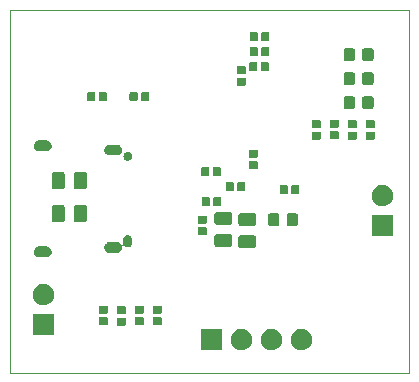
<source format=gbr>
G04 #@! TF.GenerationSoftware,KiCad,Pcbnew,5.1.5-52549c5~84~ubuntu18.04.1*
G04 #@! TF.CreationDate,2020-01-11T02:19:33-08:00*
G04 #@! TF.ProjectId,Programmer,50726f67-7261-46d6-9d65-722e6b696361,rev?*
G04 #@! TF.SameCoordinates,Original*
G04 #@! TF.FileFunction,Soldermask,Bot*
G04 #@! TF.FilePolarity,Negative*
%FSLAX46Y46*%
G04 Gerber Fmt 4.6, Leading zero omitted, Abs format (unit mm)*
G04 Created by KiCad (PCBNEW 5.1.5-52549c5~84~ubuntu18.04.1) date 2020-01-11 02:19:33*
%MOMM*%
%LPD*%
G04 APERTURE LIST*
%ADD10C,0.050000*%
%ADD11C,0.100000*%
G04 APERTURE END LIST*
D10*
X115062000Y-75692000D02*
X81280000Y-75692000D01*
X115062000Y-44958000D02*
X115062000Y-75692000D01*
X81280000Y-44958000D02*
X115062000Y-44958000D01*
X81280000Y-75692000D02*
X81280000Y-44958000D01*
D11*
G36*
X106031512Y-72001927D02*
G01*
X106180812Y-72031624D01*
X106344784Y-72099544D01*
X106492354Y-72198147D01*
X106617853Y-72323646D01*
X106716456Y-72471216D01*
X106784376Y-72635188D01*
X106819000Y-72809259D01*
X106819000Y-72986741D01*
X106784376Y-73160812D01*
X106716456Y-73324784D01*
X106617853Y-73472354D01*
X106492354Y-73597853D01*
X106344784Y-73696456D01*
X106180812Y-73764376D01*
X106031512Y-73794073D01*
X106006742Y-73799000D01*
X105829258Y-73799000D01*
X105804488Y-73794073D01*
X105655188Y-73764376D01*
X105491216Y-73696456D01*
X105343646Y-73597853D01*
X105218147Y-73472354D01*
X105119544Y-73324784D01*
X105051624Y-73160812D01*
X105017000Y-72986741D01*
X105017000Y-72809259D01*
X105051624Y-72635188D01*
X105119544Y-72471216D01*
X105218147Y-72323646D01*
X105343646Y-72198147D01*
X105491216Y-72099544D01*
X105655188Y-72031624D01*
X105804488Y-72001927D01*
X105829258Y-71997000D01*
X106006742Y-71997000D01*
X106031512Y-72001927D01*
G37*
G36*
X103491512Y-72001927D02*
G01*
X103640812Y-72031624D01*
X103804784Y-72099544D01*
X103952354Y-72198147D01*
X104077853Y-72323646D01*
X104176456Y-72471216D01*
X104244376Y-72635188D01*
X104279000Y-72809259D01*
X104279000Y-72986741D01*
X104244376Y-73160812D01*
X104176456Y-73324784D01*
X104077853Y-73472354D01*
X103952354Y-73597853D01*
X103804784Y-73696456D01*
X103640812Y-73764376D01*
X103491512Y-73794073D01*
X103466742Y-73799000D01*
X103289258Y-73799000D01*
X103264488Y-73794073D01*
X103115188Y-73764376D01*
X102951216Y-73696456D01*
X102803646Y-73597853D01*
X102678147Y-73472354D01*
X102579544Y-73324784D01*
X102511624Y-73160812D01*
X102477000Y-72986741D01*
X102477000Y-72809259D01*
X102511624Y-72635188D01*
X102579544Y-72471216D01*
X102678147Y-72323646D01*
X102803646Y-72198147D01*
X102951216Y-72099544D01*
X103115188Y-72031624D01*
X103264488Y-72001927D01*
X103289258Y-71997000D01*
X103466742Y-71997000D01*
X103491512Y-72001927D01*
G37*
G36*
X99199000Y-73799000D02*
G01*
X97397000Y-73799000D01*
X97397000Y-71997000D01*
X99199000Y-71997000D01*
X99199000Y-73799000D01*
G37*
G36*
X100951512Y-72001927D02*
G01*
X101100812Y-72031624D01*
X101264784Y-72099544D01*
X101412354Y-72198147D01*
X101537853Y-72323646D01*
X101636456Y-72471216D01*
X101704376Y-72635188D01*
X101739000Y-72809259D01*
X101739000Y-72986741D01*
X101704376Y-73160812D01*
X101636456Y-73324784D01*
X101537853Y-73472354D01*
X101412354Y-73597853D01*
X101264784Y-73696456D01*
X101100812Y-73764376D01*
X100951512Y-73794073D01*
X100926742Y-73799000D01*
X100749258Y-73799000D01*
X100724488Y-73794073D01*
X100575188Y-73764376D01*
X100411216Y-73696456D01*
X100263646Y-73597853D01*
X100138147Y-73472354D01*
X100039544Y-73324784D01*
X99971624Y-73160812D01*
X99937000Y-72986741D01*
X99937000Y-72809259D01*
X99971624Y-72635188D01*
X100039544Y-72471216D01*
X100138147Y-72323646D01*
X100263646Y-72198147D01*
X100411216Y-72099544D01*
X100575188Y-72031624D01*
X100724488Y-72001927D01*
X100749258Y-71997000D01*
X100926742Y-71997000D01*
X100951512Y-72001927D01*
G37*
G36*
X84975000Y-72529000D02*
G01*
X83173000Y-72529000D01*
X83173000Y-70727000D01*
X84975000Y-70727000D01*
X84975000Y-72529000D01*
G37*
G36*
X90959938Y-71030716D02*
G01*
X90980557Y-71036971D01*
X90999553Y-71047124D01*
X91016208Y-71060792D01*
X91029876Y-71077447D01*
X91040029Y-71096443D01*
X91046284Y-71117062D01*
X91049000Y-71144640D01*
X91049000Y-71603360D01*
X91046284Y-71630938D01*
X91040029Y-71651557D01*
X91029876Y-71670553D01*
X91016208Y-71687208D01*
X90999553Y-71700876D01*
X90980557Y-71711029D01*
X90959938Y-71717284D01*
X90932360Y-71720000D01*
X90423640Y-71720000D01*
X90396062Y-71717284D01*
X90375443Y-71711029D01*
X90356447Y-71700876D01*
X90339792Y-71687208D01*
X90326124Y-71670553D01*
X90315971Y-71651557D01*
X90309716Y-71630938D01*
X90307000Y-71603360D01*
X90307000Y-71144640D01*
X90309716Y-71117062D01*
X90315971Y-71096443D01*
X90326124Y-71077447D01*
X90339792Y-71060792D01*
X90356447Y-71047124D01*
X90375443Y-71036971D01*
X90396062Y-71030716D01*
X90423640Y-71028000D01*
X90932360Y-71028000D01*
X90959938Y-71030716D01*
G37*
G36*
X92483938Y-70984716D02*
G01*
X92504557Y-70990971D01*
X92523553Y-71001124D01*
X92540208Y-71014792D01*
X92553876Y-71031447D01*
X92564029Y-71050443D01*
X92570284Y-71071062D01*
X92573000Y-71098640D01*
X92573000Y-71557360D01*
X92570284Y-71584938D01*
X92564029Y-71605557D01*
X92553876Y-71624553D01*
X92540208Y-71641208D01*
X92523553Y-71654876D01*
X92504557Y-71665029D01*
X92483938Y-71671284D01*
X92456360Y-71674000D01*
X91947640Y-71674000D01*
X91920062Y-71671284D01*
X91899443Y-71665029D01*
X91880447Y-71654876D01*
X91863792Y-71641208D01*
X91850124Y-71624553D01*
X91839971Y-71605557D01*
X91833716Y-71584938D01*
X91831000Y-71557360D01*
X91831000Y-71098640D01*
X91833716Y-71071062D01*
X91839971Y-71050443D01*
X91850124Y-71031447D01*
X91863792Y-71014792D01*
X91880447Y-71001124D01*
X91899443Y-70990971D01*
X91920062Y-70984716D01*
X91947640Y-70982000D01*
X92456360Y-70982000D01*
X92483938Y-70984716D01*
G37*
G36*
X89435938Y-70984716D02*
G01*
X89456557Y-70990971D01*
X89475553Y-71001124D01*
X89492208Y-71014792D01*
X89505876Y-71031447D01*
X89516029Y-71050443D01*
X89522284Y-71071062D01*
X89525000Y-71098640D01*
X89525000Y-71557360D01*
X89522284Y-71584938D01*
X89516029Y-71605557D01*
X89505876Y-71624553D01*
X89492208Y-71641208D01*
X89475553Y-71654876D01*
X89456557Y-71665029D01*
X89435938Y-71671284D01*
X89408360Y-71674000D01*
X88899640Y-71674000D01*
X88872062Y-71671284D01*
X88851443Y-71665029D01*
X88832447Y-71654876D01*
X88815792Y-71641208D01*
X88802124Y-71624553D01*
X88791971Y-71605557D01*
X88785716Y-71584938D01*
X88783000Y-71557360D01*
X88783000Y-71098640D01*
X88785716Y-71071062D01*
X88791971Y-71050443D01*
X88802124Y-71031447D01*
X88815792Y-71014792D01*
X88832447Y-71001124D01*
X88851443Y-70990971D01*
X88872062Y-70984716D01*
X88899640Y-70982000D01*
X89408360Y-70982000D01*
X89435938Y-70984716D01*
G37*
G36*
X94007938Y-70984716D02*
G01*
X94028557Y-70990971D01*
X94047553Y-71001124D01*
X94064208Y-71014792D01*
X94077876Y-71031447D01*
X94088029Y-71050443D01*
X94094284Y-71071062D01*
X94097000Y-71098640D01*
X94097000Y-71557360D01*
X94094284Y-71584938D01*
X94088029Y-71605557D01*
X94077876Y-71624553D01*
X94064208Y-71641208D01*
X94047553Y-71654876D01*
X94028557Y-71665029D01*
X94007938Y-71671284D01*
X93980360Y-71674000D01*
X93471640Y-71674000D01*
X93444062Y-71671284D01*
X93423443Y-71665029D01*
X93404447Y-71654876D01*
X93387792Y-71641208D01*
X93374124Y-71624553D01*
X93363971Y-71605557D01*
X93357716Y-71584938D01*
X93355000Y-71557360D01*
X93355000Y-71098640D01*
X93357716Y-71071062D01*
X93363971Y-71050443D01*
X93374124Y-71031447D01*
X93387792Y-71014792D01*
X93404447Y-71001124D01*
X93423443Y-70990971D01*
X93444062Y-70984716D01*
X93471640Y-70982000D01*
X93980360Y-70982000D01*
X94007938Y-70984716D01*
G37*
G36*
X90959938Y-70060716D02*
G01*
X90980557Y-70066971D01*
X90999553Y-70077124D01*
X91016208Y-70090792D01*
X91029876Y-70107447D01*
X91040029Y-70126443D01*
X91046284Y-70147062D01*
X91049000Y-70174640D01*
X91049000Y-70633360D01*
X91046284Y-70660938D01*
X91040029Y-70681557D01*
X91029876Y-70700553D01*
X91016208Y-70717208D01*
X90999553Y-70730876D01*
X90980557Y-70741029D01*
X90959938Y-70747284D01*
X90932360Y-70750000D01*
X90423640Y-70750000D01*
X90396062Y-70747284D01*
X90375443Y-70741029D01*
X90356447Y-70730876D01*
X90339792Y-70717208D01*
X90326124Y-70700553D01*
X90315971Y-70681557D01*
X90309716Y-70660938D01*
X90307000Y-70633360D01*
X90307000Y-70174640D01*
X90309716Y-70147062D01*
X90315971Y-70126443D01*
X90326124Y-70107447D01*
X90339792Y-70090792D01*
X90356447Y-70077124D01*
X90375443Y-70066971D01*
X90396062Y-70060716D01*
X90423640Y-70058000D01*
X90932360Y-70058000D01*
X90959938Y-70060716D01*
G37*
G36*
X94007938Y-70014716D02*
G01*
X94028557Y-70020971D01*
X94047553Y-70031124D01*
X94064208Y-70044792D01*
X94077876Y-70061447D01*
X94088029Y-70080443D01*
X94094284Y-70101062D01*
X94097000Y-70128640D01*
X94097000Y-70587360D01*
X94094284Y-70614938D01*
X94088029Y-70635557D01*
X94077876Y-70654553D01*
X94064208Y-70671208D01*
X94047553Y-70684876D01*
X94028557Y-70695029D01*
X94007938Y-70701284D01*
X93980360Y-70704000D01*
X93471640Y-70704000D01*
X93444062Y-70701284D01*
X93423443Y-70695029D01*
X93404447Y-70684876D01*
X93387792Y-70671208D01*
X93374124Y-70654553D01*
X93363971Y-70635557D01*
X93357716Y-70614938D01*
X93355000Y-70587360D01*
X93355000Y-70128640D01*
X93357716Y-70101062D01*
X93363971Y-70080443D01*
X93374124Y-70061447D01*
X93387792Y-70044792D01*
X93404447Y-70031124D01*
X93423443Y-70020971D01*
X93444062Y-70014716D01*
X93471640Y-70012000D01*
X93980360Y-70012000D01*
X94007938Y-70014716D01*
G37*
G36*
X89435938Y-70014716D02*
G01*
X89456557Y-70020971D01*
X89475553Y-70031124D01*
X89492208Y-70044792D01*
X89505876Y-70061447D01*
X89516029Y-70080443D01*
X89522284Y-70101062D01*
X89525000Y-70128640D01*
X89525000Y-70587360D01*
X89522284Y-70614938D01*
X89516029Y-70635557D01*
X89505876Y-70654553D01*
X89492208Y-70671208D01*
X89475553Y-70684876D01*
X89456557Y-70695029D01*
X89435938Y-70701284D01*
X89408360Y-70704000D01*
X88899640Y-70704000D01*
X88872062Y-70701284D01*
X88851443Y-70695029D01*
X88832447Y-70684876D01*
X88815792Y-70671208D01*
X88802124Y-70654553D01*
X88791971Y-70635557D01*
X88785716Y-70614938D01*
X88783000Y-70587360D01*
X88783000Y-70128640D01*
X88785716Y-70101062D01*
X88791971Y-70080443D01*
X88802124Y-70061447D01*
X88815792Y-70044792D01*
X88832447Y-70031124D01*
X88851443Y-70020971D01*
X88872062Y-70014716D01*
X88899640Y-70012000D01*
X89408360Y-70012000D01*
X89435938Y-70014716D01*
G37*
G36*
X92483938Y-70014716D02*
G01*
X92504557Y-70020971D01*
X92523553Y-70031124D01*
X92540208Y-70044792D01*
X92553876Y-70061447D01*
X92564029Y-70080443D01*
X92570284Y-70101062D01*
X92573000Y-70128640D01*
X92573000Y-70587360D01*
X92570284Y-70614938D01*
X92564029Y-70635557D01*
X92553876Y-70654553D01*
X92540208Y-70671208D01*
X92523553Y-70684876D01*
X92504557Y-70695029D01*
X92483938Y-70701284D01*
X92456360Y-70704000D01*
X91947640Y-70704000D01*
X91920062Y-70701284D01*
X91899443Y-70695029D01*
X91880447Y-70684876D01*
X91863792Y-70671208D01*
X91850124Y-70654553D01*
X91839971Y-70635557D01*
X91833716Y-70614938D01*
X91831000Y-70587360D01*
X91831000Y-70128640D01*
X91833716Y-70101062D01*
X91839971Y-70080443D01*
X91850124Y-70061447D01*
X91863792Y-70044792D01*
X91880447Y-70031124D01*
X91899443Y-70020971D01*
X91920062Y-70014716D01*
X91947640Y-70012000D01*
X92456360Y-70012000D01*
X92483938Y-70014716D01*
G37*
G36*
X84187512Y-68191927D02*
G01*
X84336812Y-68221624D01*
X84500784Y-68289544D01*
X84648354Y-68388147D01*
X84773853Y-68513646D01*
X84872456Y-68661216D01*
X84940376Y-68825188D01*
X84975000Y-68999259D01*
X84975000Y-69176741D01*
X84940376Y-69350812D01*
X84872456Y-69514784D01*
X84773853Y-69662354D01*
X84648354Y-69787853D01*
X84500784Y-69886456D01*
X84336812Y-69954376D01*
X84187512Y-69984073D01*
X84162742Y-69989000D01*
X83985258Y-69989000D01*
X83960488Y-69984073D01*
X83811188Y-69954376D01*
X83647216Y-69886456D01*
X83499646Y-69787853D01*
X83374147Y-69662354D01*
X83275544Y-69514784D01*
X83207624Y-69350812D01*
X83173000Y-69176741D01*
X83173000Y-68999259D01*
X83207624Y-68825188D01*
X83275544Y-68661216D01*
X83374147Y-68513646D01*
X83499646Y-68388147D01*
X83647216Y-68289544D01*
X83811188Y-68221624D01*
X83960488Y-68191927D01*
X83985258Y-68187000D01*
X84162742Y-68187000D01*
X84187512Y-68191927D01*
G37*
G36*
X84416410Y-65005525D02*
G01*
X84501426Y-65031314D01*
X84579775Y-65073193D01*
X84648449Y-65129551D01*
X84704807Y-65198225D01*
X84746686Y-65276574D01*
X84772475Y-65361590D01*
X84781182Y-65450000D01*
X84772475Y-65538410D01*
X84746686Y-65623426D01*
X84704807Y-65701775D01*
X84648449Y-65770449D01*
X84579775Y-65826807D01*
X84501426Y-65868686D01*
X84416410Y-65894475D01*
X84350158Y-65901000D01*
X83705842Y-65901000D01*
X83639590Y-65894475D01*
X83554574Y-65868686D01*
X83476225Y-65826807D01*
X83407551Y-65770449D01*
X83351193Y-65701775D01*
X83309314Y-65623426D01*
X83283525Y-65538410D01*
X83274818Y-65450000D01*
X83283525Y-65361590D01*
X83309314Y-65276574D01*
X83351193Y-65198225D01*
X83407551Y-65129551D01*
X83476225Y-65073193D01*
X83554574Y-65031314D01*
X83639590Y-65005525D01*
X83705842Y-64999000D01*
X84350158Y-64999000D01*
X84416410Y-65005525D01*
G37*
G36*
X91301710Y-64039440D02*
G01*
X91372585Y-64060940D01*
X91437904Y-64095854D01*
X91495159Y-64142841D01*
X91542146Y-64200096D01*
X91577058Y-64265411D01*
X91598560Y-64336294D01*
X91604000Y-64391529D01*
X91604000Y-64728472D01*
X91598560Y-64783710D01*
X91577060Y-64854585D01*
X91542146Y-64919904D01*
X91495159Y-64977159D01*
X91437906Y-65024145D01*
X91372583Y-65059060D01*
X91301709Y-65080560D01*
X91228000Y-65087819D01*
X91154290Y-65080560D01*
X91083415Y-65059060D01*
X91018096Y-65024146D01*
X90960842Y-64977159D01*
X90948645Y-64962297D01*
X90931318Y-64944970D01*
X90910944Y-64931356D01*
X90888305Y-64921979D01*
X90864272Y-64917198D01*
X90839768Y-64917198D01*
X90815735Y-64921978D01*
X90793096Y-64931355D01*
X90772721Y-64944969D01*
X90755394Y-64962296D01*
X90741780Y-64982670D01*
X90732403Y-65005309D01*
X90727622Y-65029342D01*
X90727622Y-65053846D01*
X90731182Y-65089999D01*
X90722475Y-65178410D01*
X90696686Y-65263426D01*
X90654807Y-65341775D01*
X90598449Y-65410449D01*
X90529775Y-65466807D01*
X90451426Y-65508686D01*
X90366410Y-65534475D01*
X90300158Y-65541000D01*
X89655842Y-65541000D01*
X89589590Y-65534475D01*
X89504574Y-65508686D01*
X89426225Y-65466807D01*
X89357551Y-65410449D01*
X89301193Y-65341775D01*
X89259314Y-65263426D01*
X89233525Y-65178410D01*
X89224818Y-65090000D01*
X89233525Y-65001590D01*
X89259314Y-64916574D01*
X89301193Y-64838225D01*
X89357551Y-64769551D01*
X89426225Y-64713193D01*
X89504574Y-64671314D01*
X89589590Y-64645525D01*
X89655842Y-64639000D01*
X90300158Y-64639000D01*
X90366410Y-64645525D01*
X90451426Y-64671314D01*
X90529775Y-64713193D01*
X90598449Y-64769552D01*
X90630375Y-64808454D01*
X90647702Y-64825781D01*
X90668077Y-64839395D01*
X90690715Y-64848772D01*
X90714749Y-64853553D01*
X90739253Y-64853553D01*
X90763286Y-64848773D01*
X90785925Y-64839395D01*
X90806299Y-64825782D01*
X90823626Y-64808455D01*
X90837240Y-64788080D01*
X90846617Y-64765442D01*
X90851398Y-64741408D01*
X90852000Y-64729156D01*
X90852000Y-64391528D01*
X90857440Y-64336292D01*
X90872276Y-64287388D01*
X90878941Y-64265415D01*
X90913856Y-64200095D01*
X90921822Y-64190388D01*
X90960842Y-64142841D01*
X91018097Y-64095854D01*
X91083416Y-64060940D01*
X91154291Y-64039440D01*
X91228000Y-64032181D01*
X91301710Y-64039440D01*
G37*
G36*
X101930468Y-64079065D02*
G01*
X101969138Y-64090796D01*
X102004777Y-64109846D01*
X102036017Y-64135483D01*
X102061654Y-64166723D01*
X102080704Y-64202362D01*
X102092435Y-64241032D01*
X102097000Y-64287388D01*
X102097000Y-64938612D01*
X102092435Y-64984968D01*
X102080704Y-65023638D01*
X102061654Y-65059277D01*
X102036017Y-65090517D01*
X102004777Y-65116154D01*
X101969138Y-65135204D01*
X101930468Y-65146935D01*
X101884112Y-65151500D01*
X100807888Y-65151500D01*
X100761532Y-65146935D01*
X100722862Y-65135204D01*
X100687223Y-65116154D01*
X100655983Y-65090517D01*
X100630346Y-65059277D01*
X100611296Y-65023638D01*
X100599565Y-64984968D01*
X100595000Y-64938612D01*
X100595000Y-64287388D01*
X100599565Y-64241032D01*
X100611296Y-64202362D01*
X100630346Y-64166723D01*
X100655983Y-64135483D01*
X100687223Y-64109846D01*
X100722862Y-64090796D01*
X100761532Y-64079065D01*
X100807888Y-64074500D01*
X101884112Y-64074500D01*
X101930468Y-64079065D01*
G37*
G36*
X99898468Y-63982065D02*
G01*
X99937138Y-63993796D01*
X99972777Y-64012846D01*
X100004017Y-64038483D01*
X100029654Y-64069723D01*
X100048704Y-64105362D01*
X100060435Y-64144032D01*
X100065000Y-64190388D01*
X100065000Y-64841612D01*
X100060435Y-64887968D01*
X100048704Y-64926638D01*
X100029654Y-64962277D01*
X100004017Y-64993517D01*
X99972777Y-65019154D01*
X99937138Y-65038204D01*
X99898468Y-65049935D01*
X99852112Y-65054500D01*
X98775888Y-65054500D01*
X98729532Y-65049935D01*
X98690862Y-65038204D01*
X98655223Y-65019154D01*
X98623983Y-64993517D01*
X98598346Y-64962277D01*
X98579296Y-64926638D01*
X98567565Y-64887968D01*
X98563000Y-64841612D01*
X98563000Y-64190388D01*
X98567565Y-64144032D01*
X98579296Y-64105362D01*
X98598346Y-64069723D01*
X98623983Y-64038483D01*
X98655223Y-64012846D01*
X98690862Y-63993796D01*
X98729532Y-63982065D01*
X98775888Y-63977500D01*
X99852112Y-63977500D01*
X99898468Y-63982065D01*
G37*
G36*
X113677000Y-64147000D02*
G01*
X111875000Y-64147000D01*
X111875000Y-62345000D01*
X113677000Y-62345000D01*
X113677000Y-64147000D01*
G37*
G36*
X97817938Y-63364716D02*
G01*
X97838557Y-63370971D01*
X97857553Y-63381124D01*
X97874208Y-63394792D01*
X97887876Y-63411447D01*
X97898029Y-63430443D01*
X97904284Y-63451062D01*
X97907000Y-63478640D01*
X97907000Y-63937360D01*
X97904284Y-63964938D01*
X97898029Y-63985557D01*
X97887876Y-64004553D01*
X97874208Y-64021208D01*
X97857553Y-64034876D01*
X97838557Y-64045029D01*
X97817938Y-64051284D01*
X97790360Y-64054000D01*
X97281640Y-64054000D01*
X97254062Y-64051284D01*
X97233443Y-64045029D01*
X97214447Y-64034876D01*
X97197792Y-64021208D01*
X97184124Y-64004553D01*
X97173971Y-63985557D01*
X97167716Y-63964938D01*
X97165000Y-63937360D01*
X97165000Y-63478640D01*
X97167716Y-63451062D01*
X97173971Y-63430443D01*
X97184124Y-63411447D01*
X97197792Y-63394792D01*
X97214447Y-63381124D01*
X97233443Y-63370971D01*
X97254062Y-63364716D01*
X97281640Y-63362000D01*
X97790360Y-63362000D01*
X97817938Y-63364716D01*
G37*
G36*
X101930468Y-62204065D02*
G01*
X101969138Y-62215796D01*
X102004777Y-62234846D01*
X102036017Y-62260483D01*
X102061654Y-62291723D01*
X102080704Y-62327362D01*
X102092435Y-62366032D01*
X102097000Y-62412388D01*
X102097000Y-63063612D01*
X102092435Y-63109968D01*
X102080704Y-63148638D01*
X102061654Y-63184277D01*
X102036017Y-63215517D01*
X102004777Y-63241154D01*
X101969138Y-63260204D01*
X101930468Y-63271935D01*
X101884112Y-63276500D01*
X100807888Y-63276500D01*
X100761532Y-63271935D01*
X100722862Y-63260204D01*
X100687223Y-63241154D01*
X100655983Y-63215517D01*
X100630346Y-63184277D01*
X100611296Y-63148638D01*
X100599565Y-63109968D01*
X100595000Y-63063612D01*
X100595000Y-62412388D01*
X100599565Y-62366032D01*
X100611296Y-62327362D01*
X100630346Y-62291723D01*
X100655983Y-62260483D01*
X100687223Y-62234846D01*
X100722862Y-62215796D01*
X100761532Y-62204065D01*
X100807888Y-62199500D01*
X101884112Y-62199500D01*
X101930468Y-62204065D01*
G37*
G36*
X105498091Y-62216085D02*
G01*
X105532069Y-62226393D01*
X105563390Y-62243134D01*
X105590839Y-62265661D01*
X105613366Y-62293110D01*
X105630107Y-62324431D01*
X105640415Y-62358409D01*
X105644500Y-62399890D01*
X105644500Y-63076110D01*
X105640415Y-63117591D01*
X105630107Y-63151569D01*
X105613366Y-63182890D01*
X105590839Y-63210339D01*
X105563390Y-63232866D01*
X105532069Y-63249607D01*
X105498091Y-63259915D01*
X105456610Y-63264000D01*
X104855390Y-63264000D01*
X104813909Y-63259915D01*
X104779931Y-63249607D01*
X104748610Y-63232866D01*
X104721161Y-63210339D01*
X104698634Y-63182890D01*
X104681893Y-63151569D01*
X104671585Y-63117591D01*
X104667500Y-63076110D01*
X104667500Y-62399890D01*
X104671585Y-62358409D01*
X104681893Y-62324431D01*
X104698634Y-62293110D01*
X104721161Y-62265661D01*
X104748610Y-62243134D01*
X104779931Y-62226393D01*
X104813909Y-62216085D01*
X104855390Y-62212000D01*
X105456610Y-62212000D01*
X105498091Y-62216085D01*
G37*
G36*
X103923091Y-62216085D02*
G01*
X103957069Y-62226393D01*
X103988390Y-62243134D01*
X104015839Y-62265661D01*
X104038366Y-62293110D01*
X104055107Y-62324431D01*
X104065415Y-62358409D01*
X104069500Y-62399890D01*
X104069500Y-63076110D01*
X104065415Y-63117591D01*
X104055107Y-63151569D01*
X104038366Y-63182890D01*
X104015839Y-63210339D01*
X103988390Y-63232866D01*
X103957069Y-63249607D01*
X103923091Y-63259915D01*
X103881610Y-63264000D01*
X103280390Y-63264000D01*
X103238909Y-63259915D01*
X103204931Y-63249607D01*
X103173610Y-63232866D01*
X103146161Y-63210339D01*
X103123634Y-63182890D01*
X103106893Y-63151569D01*
X103096585Y-63117591D01*
X103092500Y-63076110D01*
X103092500Y-62399890D01*
X103096585Y-62358409D01*
X103106893Y-62324431D01*
X103123634Y-62293110D01*
X103146161Y-62265661D01*
X103173610Y-62243134D01*
X103204931Y-62226393D01*
X103238909Y-62216085D01*
X103280390Y-62212000D01*
X103881610Y-62212000D01*
X103923091Y-62216085D01*
G37*
G36*
X99898468Y-62107065D02*
G01*
X99937138Y-62118796D01*
X99972777Y-62137846D01*
X100004017Y-62163483D01*
X100029654Y-62194723D01*
X100048704Y-62230362D01*
X100060435Y-62269032D01*
X100065000Y-62315388D01*
X100065000Y-62966612D01*
X100060435Y-63012968D01*
X100048704Y-63051638D01*
X100029654Y-63087277D01*
X100004017Y-63118517D01*
X99972777Y-63144154D01*
X99937138Y-63163204D01*
X99898468Y-63174935D01*
X99852112Y-63179500D01*
X98775888Y-63179500D01*
X98729532Y-63174935D01*
X98690862Y-63163204D01*
X98655223Y-63144154D01*
X98623983Y-63118517D01*
X98598346Y-63087277D01*
X98579296Y-63051638D01*
X98567565Y-63012968D01*
X98563000Y-62966612D01*
X98563000Y-62315388D01*
X98567565Y-62269032D01*
X98579296Y-62230362D01*
X98598346Y-62194723D01*
X98623983Y-62163483D01*
X98655223Y-62137846D01*
X98690862Y-62118796D01*
X98729532Y-62107065D01*
X98775888Y-62102500D01*
X99852112Y-62102500D01*
X99898468Y-62107065D01*
G37*
G36*
X97817938Y-62394716D02*
G01*
X97838557Y-62400971D01*
X97857553Y-62411124D01*
X97874208Y-62424792D01*
X97887876Y-62441447D01*
X97898029Y-62460443D01*
X97904284Y-62481062D01*
X97907000Y-62508640D01*
X97907000Y-62967360D01*
X97904284Y-62994938D01*
X97898029Y-63015557D01*
X97887876Y-63034553D01*
X97874208Y-63051208D01*
X97857553Y-63064876D01*
X97838557Y-63075029D01*
X97817938Y-63081284D01*
X97790360Y-63084000D01*
X97281640Y-63084000D01*
X97254062Y-63081284D01*
X97233443Y-63075029D01*
X97214447Y-63064876D01*
X97197792Y-63051208D01*
X97184124Y-63034553D01*
X97173971Y-63015557D01*
X97167716Y-62994938D01*
X97165000Y-62967360D01*
X97165000Y-62508640D01*
X97167716Y-62481062D01*
X97173971Y-62460443D01*
X97184124Y-62441447D01*
X97197792Y-62424792D01*
X97214447Y-62411124D01*
X97233443Y-62400971D01*
X97254062Y-62394716D01*
X97281640Y-62392000D01*
X97790360Y-62392000D01*
X97817938Y-62394716D01*
G37*
G36*
X87590968Y-61483565D02*
G01*
X87629638Y-61495296D01*
X87665277Y-61514346D01*
X87696517Y-61539983D01*
X87722154Y-61571223D01*
X87741204Y-61606862D01*
X87752935Y-61645532D01*
X87757500Y-61691888D01*
X87757500Y-62768112D01*
X87752935Y-62814468D01*
X87741204Y-62853138D01*
X87722154Y-62888777D01*
X87696517Y-62920017D01*
X87665277Y-62945654D01*
X87629638Y-62964704D01*
X87590968Y-62976435D01*
X87544612Y-62981000D01*
X86893388Y-62981000D01*
X86847032Y-62976435D01*
X86808362Y-62964704D01*
X86772723Y-62945654D01*
X86741483Y-62920017D01*
X86715846Y-62888777D01*
X86696796Y-62853138D01*
X86685065Y-62814468D01*
X86680500Y-62768112D01*
X86680500Y-61691888D01*
X86685065Y-61645532D01*
X86696796Y-61606862D01*
X86715846Y-61571223D01*
X86741483Y-61539983D01*
X86772723Y-61514346D01*
X86808362Y-61495296D01*
X86847032Y-61483565D01*
X86893388Y-61479000D01*
X87544612Y-61479000D01*
X87590968Y-61483565D01*
G37*
G36*
X85715968Y-61483565D02*
G01*
X85754638Y-61495296D01*
X85790277Y-61514346D01*
X85821517Y-61539983D01*
X85847154Y-61571223D01*
X85866204Y-61606862D01*
X85877935Y-61645532D01*
X85882500Y-61691888D01*
X85882500Y-62768112D01*
X85877935Y-62814468D01*
X85866204Y-62853138D01*
X85847154Y-62888777D01*
X85821517Y-62920017D01*
X85790277Y-62945654D01*
X85754638Y-62964704D01*
X85715968Y-62976435D01*
X85669612Y-62981000D01*
X85018388Y-62981000D01*
X84972032Y-62976435D01*
X84933362Y-62964704D01*
X84897723Y-62945654D01*
X84866483Y-62920017D01*
X84840846Y-62888777D01*
X84821796Y-62853138D01*
X84810065Y-62814468D01*
X84805500Y-62768112D01*
X84805500Y-61691888D01*
X84810065Y-61645532D01*
X84821796Y-61606862D01*
X84840846Y-61571223D01*
X84866483Y-61539983D01*
X84897723Y-61514346D01*
X84933362Y-61495296D01*
X84972032Y-61483565D01*
X85018388Y-61479000D01*
X85669612Y-61479000D01*
X85715968Y-61483565D01*
G37*
G36*
X112889512Y-59809927D02*
G01*
X113038812Y-59839624D01*
X113202784Y-59907544D01*
X113350354Y-60006147D01*
X113475853Y-60131646D01*
X113574456Y-60279216D01*
X113642376Y-60443188D01*
X113677000Y-60617259D01*
X113677000Y-60794741D01*
X113642376Y-60968812D01*
X113574456Y-61132784D01*
X113475853Y-61280354D01*
X113350354Y-61405853D01*
X113202784Y-61504456D01*
X113038812Y-61572376D01*
X112889512Y-61602073D01*
X112864742Y-61607000D01*
X112687258Y-61607000D01*
X112662488Y-61602073D01*
X112513188Y-61572376D01*
X112349216Y-61504456D01*
X112201646Y-61405853D01*
X112076147Y-61280354D01*
X111977544Y-61132784D01*
X111909624Y-60968812D01*
X111875000Y-60794741D01*
X111875000Y-60617259D01*
X111909624Y-60443188D01*
X111977544Y-60279216D01*
X112076147Y-60131646D01*
X112201646Y-60006147D01*
X112349216Y-59907544D01*
X112513188Y-59839624D01*
X112662488Y-59809927D01*
X112687258Y-59805000D01*
X112864742Y-59805000D01*
X112889512Y-59809927D01*
G37*
G36*
X98092938Y-60845716D02*
G01*
X98113557Y-60851971D01*
X98132553Y-60862124D01*
X98149208Y-60875792D01*
X98162876Y-60892447D01*
X98173029Y-60911443D01*
X98179284Y-60932062D01*
X98182000Y-60959640D01*
X98182000Y-61468360D01*
X98179284Y-61495938D01*
X98173029Y-61516557D01*
X98162876Y-61535553D01*
X98149208Y-61552208D01*
X98132553Y-61565876D01*
X98113557Y-61576029D01*
X98092938Y-61582284D01*
X98065360Y-61585000D01*
X97606640Y-61585000D01*
X97579062Y-61582284D01*
X97558443Y-61576029D01*
X97539447Y-61565876D01*
X97522792Y-61552208D01*
X97509124Y-61535553D01*
X97498971Y-61516557D01*
X97492716Y-61495938D01*
X97490000Y-61468360D01*
X97490000Y-60959640D01*
X97492716Y-60932062D01*
X97498971Y-60911443D01*
X97509124Y-60892447D01*
X97522792Y-60875792D01*
X97539447Y-60862124D01*
X97558443Y-60851971D01*
X97579062Y-60845716D01*
X97606640Y-60843000D01*
X98065360Y-60843000D01*
X98092938Y-60845716D01*
G37*
G36*
X99062938Y-60845716D02*
G01*
X99083557Y-60851971D01*
X99102553Y-60862124D01*
X99119208Y-60875792D01*
X99132876Y-60892447D01*
X99143029Y-60911443D01*
X99149284Y-60932062D01*
X99152000Y-60959640D01*
X99152000Y-61468360D01*
X99149284Y-61495938D01*
X99143029Y-61516557D01*
X99132876Y-61535553D01*
X99119208Y-61552208D01*
X99102553Y-61565876D01*
X99083557Y-61576029D01*
X99062938Y-61582284D01*
X99035360Y-61585000D01*
X98576640Y-61585000D01*
X98549062Y-61582284D01*
X98528443Y-61576029D01*
X98509447Y-61565876D01*
X98492792Y-61552208D01*
X98479124Y-61535553D01*
X98468971Y-61516557D01*
X98462716Y-61495938D01*
X98460000Y-61468360D01*
X98460000Y-60959640D01*
X98462716Y-60932062D01*
X98468971Y-60911443D01*
X98479124Y-60892447D01*
X98492792Y-60875792D01*
X98509447Y-60862124D01*
X98528443Y-60851971D01*
X98549062Y-60845716D01*
X98576640Y-60843000D01*
X99035360Y-60843000D01*
X99062938Y-60845716D01*
G37*
G36*
X104696938Y-59829716D02*
G01*
X104717557Y-59835971D01*
X104736553Y-59846124D01*
X104753208Y-59859792D01*
X104766876Y-59876447D01*
X104777029Y-59895443D01*
X104783284Y-59916062D01*
X104786000Y-59943640D01*
X104786000Y-60452360D01*
X104783284Y-60479938D01*
X104777029Y-60500557D01*
X104766876Y-60519553D01*
X104753208Y-60536208D01*
X104736553Y-60549876D01*
X104717557Y-60560029D01*
X104696938Y-60566284D01*
X104669360Y-60569000D01*
X104210640Y-60569000D01*
X104183062Y-60566284D01*
X104162443Y-60560029D01*
X104143447Y-60549876D01*
X104126792Y-60536208D01*
X104113124Y-60519553D01*
X104102971Y-60500557D01*
X104096716Y-60479938D01*
X104094000Y-60452360D01*
X104094000Y-59943640D01*
X104096716Y-59916062D01*
X104102971Y-59895443D01*
X104113124Y-59876447D01*
X104126792Y-59859792D01*
X104143447Y-59846124D01*
X104162443Y-59835971D01*
X104183062Y-59829716D01*
X104210640Y-59827000D01*
X104669360Y-59827000D01*
X104696938Y-59829716D01*
G37*
G36*
X105666938Y-59829716D02*
G01*
X105687557Y-59835971D01*
X105706553Y-59846124D01*
X105723208Y-59859792D01*
X105736876Y-59876447D01*
X105747029Y-59895443D01*
X105753284Y-59916062D01*
X105756000Y-59943640D01*
X105756000Y-60452360D01*
X105753284Y-60479938D01*
X105747029Y-60500557D01*
X105736876Y-60519553D01*
X105723208Y-60536208D01*
X105706553Y-60549876D01*
X105687557Y-60560029D01*
X105666938Y-60566284D01*
X105639360Y-60569000D01*
X105180640Y-60569000D01*
X105153062Y-60566284D01*
X105132443Y-60560029D01*
X105113447Y-60549876D01*
X105096792Y-60536208D01*
X105083124Y-60519553D01*
X105072971Y-60500557D01*
X105066716Y-60479938D01*
X105064000Y-60452360D01*
X105064000Y-59943640D01*
X105066716Y-59916062D01*
X105072971Y-59895443D01*
X105083124Y-59876447D01*
X105096792Y-59859792D01*
X105113447Y-59846124D01*
X105132443Y-59835971D01*
X105153062Y-59829716D01*
X105180640Y-59827000D01*
X105639360Y-59827000D01*
X105666938Y-59829716D01*
G37*
G36*
X101094938Y-59575716D02*
G01*
X101115557Y-59581971D01*
X101134553Y-59592124D01*
X101151208Y-59605792D01*
X101164876Y-59622447D01*
X101175029Y-59641443D01*
X101181284Y-59662062D01*
X101184000Y-59689640D01*
X101184000Y-60198360D01*
X101181284Y-60225938D01*
X101175029Y-60246557D01*
X101164876Y-60265553D01*
X101151208Y-60282208D01*
X101134553Y-60295876D01*
X101115557Y-60306029D01*
X101094938Y-60312284D01*
X101067360Y-60315000D01*
X100608640Y-60315000D01*
X100581062Y-60312284D01*
X100560443Y-60306029D01*
X100541447Y-60295876D01*
X100524792Y-60282208D01*
X100511124Y-60265553D01*
X100500971Y-60246557D01*
X100494716Y-60225938D01*
X100492000Y-60198360D01*
X100492000Y-59689640D01*
X100494716Y-59662062D01*
X100500971Y-59641443D01*
X100511124Y-59622447D01*
X100524792Y-59605792D01*
X100541447Y-59592124D01*
X100560443Y-59581971D01*
X100581062Y-59575716D01*
X100608640Y-59573000D01*
X101067360Y-59573000D01*
X101094938Y-59575716D01*
G37*
G36*
X100124938Y-59575716D02*
G01*
X100145557Y-59581971D01*
X100164553Y-59592124D01*
X100181208Y-59605792D01*
X100194876Y-59622447D01*
X100205029Y-59641443D01*
X100211284Y-59662062D01*
X100214000Y-59689640D01*
X100214000Y-60198360D01*
X100211284Y-60225938D01*
X100205029Y-60246557D01*
X100194876Y-60265553D01*
X100181208Y-60282208D01*
X100164553Y-60295876D01*
X100145557Y-60306029D01*
X100124938Y-60312284D01*
X100097360Y-60315000D01*
X99638640Y-60315000D01*
X99611062Y-60312284D01*
X99590443Y-60306029D01*
X99571447Y-60295876D01*
X99554792Y-60282208D01*
X99541124Y-60265553D01*
X99530971Y-60246557D01*
X99524716Y-60225938D01*
X99522000Y-60198360D01*
X99522000Y-59689640D01*
X99524716Y-59662062D01*
X99530971Y-59641443D01*
X99541124Y-59622447D01*
X99554792Y-59605792D01*
X99571447Y-59592124D01*
X99590443Y-59581971D01*
X99611062Y-59575716D01*
X99638640Y-59573000D01*
X100097360Y-59573000D01*
X100124938Y-59575716D01*
G37*
G36*
X85715968Y-58689565D02*
G01*
X85754638Y-58701296D01*
X85790277Y-58720346D01*
X85821517Y-58745983D01*
X85847154Y-58777223D01*
X85866204Y-58812862D01*
X85877935Y-58851532D01*
X85882500Y-58897888D01*
X85882500Y-59974112D01*
X85877935Y-60020468D01*
X85866204Y-60059138D01*
X85847154Y-60094777D01*
X85821517Y-60126017D01*
X85790277Y-60151654D01*
X85754638Y-60170704D01*
X85715968Y-60182435D01*
X85669612Y-60187000D01*
X85018388Y-60187000D01*
X84972032Y-60182435D01*
X84933362Y-60170704D01*
X84897723Y-60151654D01*
X84866483Y-60126017D01*
X84840846Y-60094777D01*
X84821796Y-60059138D01*
X84810065Y-60020468D01*
X84805500Y-59974112D01*
X84805500Y-58897888D01*
X84810065Y-58851532D01*
X84821796Y-58812862D01*
X84840846Y-58777223D01*
X84866483Y-58745983D01*
X84897723Y-58720346D01*
X84933362Y-58701296D01*
X84972032Y-58689565D01*
X85018388Y-58685000D01*
X85669612Y-58685000D01*
X85715968Y-58689565D01*
G37*
G36*
X87590968Y-58689565D02*
G01*
X87629638Y-58701296D01*
X87665277Y-58720346D01*
X87696517Y-58745983D01*
X87722154Y-58777223D01*
X87741204Y-58812862D01*
X87752935Y-58851532D01*
X87757500Y-58897888D01*
X87757500Y-59974112D01*
X87752935Y-60020468D01*
X87741204Y-60059138D01*
X87722154Y-60094777D01*
X87696517Y-60126017D01*
X87665277Y-60151654D01*
X87629638Y-60170704D01*
X87590968Y-60182435D01*
X87544612Y-60187000D01*
X86893388Y-60187000D01*
X86847032Y-60182435D01*
X86808362Y-60170704D01*
X86772723Y-60151654D01*
X86741483Y-60126017D01*
X86715846Y-60094777D01*
X86696796Y-60059138D01*
X86685065Y-60020468D01*
X86680500Y-59974112D01*
X86680500Y-58897888D01*
X86685065Y-58851532D01*
X86696796Y-58812862D01*
X86715846Y-58777223D01*
X86741483Y-58745983D01*
X86772723Y-58720346D01*
X86808362Y-58701296D01*
X86847032Y-58689565D01*
X86893388Y-58685000D01*
X87544612Y-58685000D01*
X87590968Y-58689565D01*
G37*
G36*
X98046938Y-58305716D02*
G01*
X98067557Y-58311971D01*
X98086553Y-58322124D01*
X98103208Y-58335792D01*
X98116876Y-58352447D01*
X98127029Y-58371443D01*
X98133284Y-58392062D01*
X98136000Y-58419640D01*
X98136000Y-58928360D01*
X98133284Y-58955938D01*
X98127029Y-58976557D01*
X98116876Y-58995553D01*
X98103208Y-59012208D01*
X98086553Y-59025876D01*
X98067557Y-59036029D01*
X98046938Y-59042284D01*
X98019360Y-59045000D01*
X97560640Y-59045000D01*
X97533062Y-59042284D01*
X97512443Y-59036029D01*
X97493447Y-59025876D01*
X97476792Y-59012208D01*
X97463124Y-58995553D01*
X97452971Y-58976557D01*
X97446716Y-58955938D01*
X97444000Y-58928360D01*
X97444000Y-58419640D01*
X97446716Y-58392062D01*
X97452971Y-58371443D01*
X97463124Y-58352447D01*
X97476792Y-58335792D01*
X97493447Y-58322124D01*
X97512443Y-58311971D01*
X97533062Y-58305716D01*
X97560640Y-58303000D01*
X98019360Y-58303000D01*
X98046938Y-58305716D01*
G37*
G36*
X99016938Y-58305716D02*
G01*
X99037557Y-58311971D01*
X99056553Y-58322124D01*
X99073208Y-58335792D01*
X99086876Y-58352447D01*
X99097029Y-58371443D01*
X99103284Y-58392062D01*
X99106000Y-58419640D01*
X99106000Y-58928360D01*
X99103284Y-58955938D01*
X99097029Y-58976557D01*
X99086876Y-58995553D01*
X99073208Y-59012208D01*
X99056553Y-59025876D01*
X99037557Y-59036029D01*
X99016938Y-59042284D01*
X98989360Y-59045000D01*
X98530640Y-59045000D01*
X98503062Y-59042284D01*
X98482443Y-59036029D01*
X98463447Y-59025876D01*
X98446792Y-59012208D01*
X98433124Y-58995553D01*
X98422971Y-58976557D01*
X98416716Y-58955938D01*
X98414000Y-58928360D01*
X98414000Y-58419640D01*
X98416716Y-58392062D01*
X98422971Y-58371443D01*
X98433124Y-58352447D01*
X98446792Y-58335792D01*
X98463447Y-58322124D01*
X98482443Y-58311971D01*
X98503062Y-58305716D01*
X98530640Y-58303000D01*
X98989360Y-58303000D01*
X99016938Y-58305716D01*
G37*
G36*
X102135938Y-57776716D02*
G01*
X102156557Y-57782971D01*
X102175553Y-57793124D01*
X102192208Y-57806792D01*
X102205876Y-57823447D01*
X102216029Y-57842443D01*
X102222284Y-57863062D01*
X102225000Y-57890640D01*
X102225000Y-58349360D01*
X102222284Y-58376938D01*
X102216029Y-58397557D01*
X102205876Y-58416553D01*
X102192208Y-58433208D01*
X102175553Y-58446876D01*
X102156557Y-58457029D01*
X102135938Y-58463284D01*
X102108360Y-58466000D01*
X101599640Y-58466000D01*
X101572062Y-58463284D01*
X101551443Y-58457029D01*
X101532447Y-58446876D01*
X101515792Y-58433208D01*
X101502124Y-58416553D01*
X101491971Y-58397557D01*
X101485716Y-58376938D01*
X101483000Y-58349360D01*
X101483000Y-57890640D01*
X101485716Y-57863062D01*
X101491971Y-57842443D01*
X101502124Y-57823447D01*
X101515792Y-57806792D01*
X101532447Y-57793124D01*
X101551443Y-57782971D01*
X101572062Y-57776716D01*
X101599640Y-57774000D01*
X102108360Y-57774000D01*
X102135938Y-57776716D01*
G37*
G36*
X91337672Y-56998449D02*
G01*
X91337674Y-56998450D01*
X91337675Y-56998450D01*
X91406103Y-57026793D01*
X91467686Y-57067942D01*
X91520058Y-57120314D01*
X91561207Y-57181897D01*
X91588871Y-57248686D01*
X91589551Y-57250328D01*
X91604000Y-57322966D01*
X91604000Y-57397034D01*
X91590114Y-57466844D01*
X91589550Y-57469675D01*
X91561207Y-57538103D01*
X91520058Y-57599686D01*
X91467686Y-57652058D01*
X91406103Y-57693207D01*
X91337675Y-57721550D01*
X91337674Y-57721550D01*
X91337672Y-57721551D01*
X91265034Y-57736000D01*
X91190966Y-57736000D01*
X91118328Y-57721551D01*
X91118326Y-57721550D01*
X91118325Y-57721550D01*
X91049897Y-57693207D01*
X90988314Y-57652058D01*
X90935942Y-57599686D01*
X90894793Y-57538103D01*
X90866450Y-57469675D01*
X90865887Y-57466844D01*
X90852000Y-57397034D01*
X90852000Y-57322966D01*
X90866449Y-57250328D01*
X90867129Y-57248686D01*
X90894793Y-57181897D01*
X90935942Y-57120314D01*
X90988314Y-57067942D01*
X91049897Y-57026793D01*
X91118325Y-56998450D01*
X91118326Y-56998450D01*
X91118328Y-56998449D01*
X91190966Y-56984000D01*
X91265034Y-56984000D01*
X91337672Y-56998449D01*
G37*
G36*
X102135938Y-56806716D02*
G01*
X102156557Y-56812971D01*
X102175553Y-56823124D01*
X102192208Y-56836792D01*
X102205876Y-56853447D01*
X102216029Y-56872443D01*
X102222284Y-56893062D01*
X102225000Y-56920640D01*
X102225000Y-57379360D01*
X102222284Y-57406938D01*
X102216029Y-57427557D01*
X102205876Y-57446553D01*
X102192208Y-57463208D01*
X102175553Y-57476876D01*
X102156557Y-57487029D01*
X102135938Y-57493284D01*
X102108360Y-57496000D01*
X101599640Y-57496000D01*
X101572062Y-57493284D01*
X101551443Y-57487029D01*
X101532447Y-57476876D01*
X101515792Y-57463208D01*
X101502124Y-57446553D01*
X101491971Y-57427557D01*
X101485716Y-57406938D01*
X101483000Y-57379360D01*
X101483000Y-56920640D01*
X101485716Y-56893062D01*
X101491971Y-56872443D01*
X101502124Y-56853447D01*
X101515792Y-56836792D01*
X101532447Y-56823124D01*
X101551443Y-56812971D01*
X101572062Y-56806716D01*
X101599640Y-56804000D01*
X102108360Y-56804000D01*
X102135938Y-56806716D01*
G37*
G36*
X90366410Y-56385525D02*
G01*
X90451426Y-56411314D01*
X90529775Y-56453193D01*
X90598449Y-56509551D01*
X90654807Y-56578225D01*
X90696686Y-56656574D01*
X90722475Y-56741590D01*
X90731182Y-56830000D01*
X90722475Y-56918410D01*
X90696686Y-57003426D01*
X90654807Y-57081775D01*
X90598449Y-57150449D01*
X90529775Y-57206807D01*
X90451426Y-57248686D01*
X90366410Y-57274475D01*
X90300158Y-57281000D01*
X89655842Y-57281000D01*
X89589590Y-57274475D01*
X89504574Y-57248686D01*
X89426225Y-57206807D01*
X89357551Y-57150449D01*
X89301193Y-57081775D01*
X89259314Y-57003426D01*
X89233525Y-56918410D01*
X89224818Y-56830000D01*
X89233525Y-56741590D01*
X89259314Y-56656574D01*
X89301193Y-56578225D01*
X89357551Y-56509551D01*
X89426225Y-56453193D01*
X89504574Y-56411314D01*
X89589590Y-56385525D01*
X89655842Y-56379000D01*
X90300158Y-56379000D01*
X90366410Y-56385525D01*
G37*
G36*
X84416410Y-56025525D02*
G01*
X84501426Y-56051314D01*
X84579775Y-56093193D01*
X84648449Y-56149551D01*
X84704807Y-56218225D01*
X84746686Y-56296574D01*
X84772475Y-56381590D01*
X84781182Y-56470000D01*
X84772475Y-56558410D01*
X84746686Y-56643426D01*
X84704807Y-56721775D01*
X84648449Y-56790449D01*
X84579775Y-56846807D01*
X84501426Y-56888686D01*
X84416410Y-56914475D01*
X84350158Y-56921000D01*
X83705842Y-56921000D01*
X83639590Y-56914475D01*
X83554574Y-56888686D01*
X83476225Y-56846807D01*
X83407551Y-56790449D01*
X83351193Y-56721775D01*
X83309314Y-56643426D01*
X83283525Y-56558410D01*
X83274818Y-56470000D01*
X83283525Y-56381590D01*
X83309314Y-56296574D01*
X83351193Y-56218225D01*
X83407551Y-56149551D01*
X83476225Y-56093193D01*
X83554574Y-56051314D01*
X83639590Y-56025525D01*
X83705842Y-56019000D01*
X84350158Y-56019000D01*
X84416410Y-56025525D01*
G37*
G36*
X107469938Y-55282716D02*
G01*
X107490557Y-55288971D01*
X107509553Y-55299124D01*
X107526208Y-55312792D01*
X107539876Y-55329447D01*
X107550029Y-55348443D01*
X107556284Y-55369062D01*
X107559000Y-55396640D01*
X107559000Y-55855360D01*
X107556284Y-55882938D01*
X107550029Y-55903557D01*
X107539876Y-55922553D01*
X107526208Y-55939208D01*
X107509553Y-55952876D01*
X107490557Y-55963029D01*
X107469938Y-55969284D01*
X107442360Y-55972000D01*
X106933640Y-55972000D01*
X106906062Y-55969284D01*
X106885443Y-55963029D01*
X106866447Y-55952876D01*
X106849792Y-55939208D01*
X106836124Y-55922553D01*
X106825971Y-55903557D01*
X106819716Y-55882938D01*
X106817000Y-55855360D01*
X106817000Y-55396640D01*
X106819716Y-55369062D01*
X106825971Y-55348443D01*
X106836124Y-55329447D01*
X106849792Y-55312792D01*
X106866447Y-55299124D01*
X106885443Y-55288971D01*
X106906062Y-55282716D01*
X106933640Y-55280000D01*
X107442360Y-55280000D01*
X107469938Y-55282716D01*
G37*
G36*
X112041938Y-55282716D02*
G01*
X112062557Y-55288971D01*
X112081553Y-55299124D01*
X112098208Y-55312792D01*
X112111876Y-55329447D01*
X112122029Y-55348443D01*
X112128284Y-55369062D01*
X112131000Y-55396640D01*
X112131000Y-55855360D01*
X112128284Y-55882938D01*
X112122029Y-55903557D01*
X112111876Y-55922553D01*
X112098208Y-55939208D01*
X112081553Y-55952876D01*
X112062557Y-55963029D01*
X112041938Y-55969284D01*
X112014360Y-55972000D01*
X111505640Y-55972000D01*
X111478062Y-55969284D01*
X111457443Y-55963029D01*
X111438447Y-55952876D01*
X111421792Y-55939208D01*
X111408124Y-55922553D01*
X111397971Y-55903557D01*
X111391716Y-55882938D01*
X111389000Y-55855360D01*
X111389000Y-55396640D01*
X111391716Y-55369062D01*
X111397971Y-55348443D01*
X111408124Y-55329447D01*
X111421792Y-55312792D01*
X111438447Y-55299124D01*
X111457443Y-55288971D01*
X111478062Y-55282716D01*
X111505640Y-55280000D01*
X112014360Y-55280000D01*
X112041938Y-55282716D01*
G37*
G36*
X110517938Y-55282716D02*
G01*
X110538557Y-55288971D01*
X110557553Y-55299124D01*
X110574208Y-55312792D01*
X110587876Y-55329447D01*
X110598029Y-55348443D01*
X110604284Y-55369062D01*
X110607000Y-55396640D01*
X110607000Y-55855360D01*
X110604284Y-55882938D01*
X110598029Y-55903557D01*
X110587876Y-55922553D01*
X110574208Y-55939208D01*
X110557553Y-55952876D01*
X110538557Y-55963029D01*
X110517938Y-55969284D01*
X110490360Y-55972000D01*
X109981640Y-55972000D01*
X109954062Y-55969284D01*
X109933443Y-55963029D01*
X109914447Y-55952876D01*
X109897792Y-55939208D01*
X109884124Y-55922553D01*
X109873971Y-55903557D01*
X109867716Y-55882938D01*
X109865000Y-55855360D01*
X109865000Y-55396640D01*
X109867716Y-55369062D01*
X109873971Y-55348443D01*
X109884124Y-55329447D01*
X109897792Y-55312792D01*
X109914447Y-55299124D01*
X109933443Y-55288971D01*
X109954062Y-55282716D01*
X109981640Y-55280000D01*
X110490360Y-55280000D01*
X110517938Y-55282716D01*
G37*
G36*
X108993938Y-55236716D02*
G01*
X109014557Y-55242971D01*
X109033553Y-55253124D01*
X109050208Y-55266792D01*
X109063876Y-55283447D01*
X109074029Y-55302443D01*
X109080284Y-55323062D01*
X109083000Y-55350640D01*
X109083000Y-55809360D01*
X109080284Y-55836938D01*
X109074029Y-55857557D01*
X109063876Y-55876553D01*
X109050208Y-55893208D01*
X109033553Y-55906876D01*
X109014557Y-55917029D01*
X108993938Y-55923284D01*
X108966360Y-55926000D01*
X108457640Y-55926000D01*
X108430062Y-55923284D01*
X108409443Y-55917029D01*
X108390447Y-55906876D01*
X108373792Y-55893208D01*
X108360124Y-55876553D01*
X108349971Y-55857557D01*
X108343716Y-55836938D01*
X108341000Y-55809360D01*
X108341000Y-55350640D01*
X108343716Y-55323062D01*
X108349971Y-55302443D01*
X108360124Y-55283447D01*
X108373792Y-55266792D01*
X108390447Y-55253124D01*
X108409443Y-55242971D01*
X108430062Y-55236716D01*
X108457640Y-55234000D01*
X108966360Y-55234000D01*
X108993938Y-55236716D01*
G37*
G36*
X110517938Y-54312716D02*
G01*
X110538557Y-54318971D01*
X110557553Y-54329124D01*
X110574208Y-54342792D01*
X110587876Y-54359447D01*
X110598029Y-54378443D01*
X110604284Y-54399062D01*
X110607000Y-54426640D01*
X110607000Y-54885360D01*
X110604284Y-54912938D01*
X110598029Y-54933557D01*
X110587876Y-54952553D01*
X110574208Y-54969208D01*
X110557553Y-54982876D01*
X110538557Y-54993029D01*
X110517938Y-54999284D01*
X110490360Y-55002000D01*
X109981640Y-55002000D01*
X109954062Y-54999284D01*
X109933443Y-54993029D01*
X109914447Y-54982876D01*
X109897792Y-54969208D01*
X109884124Y-54952553D01*
X109873971Y-54933557D01*
X109867716Y-54912938D01*
X109865000Y-54885360D01*
X109865000Y-54426640D01*
X109867716Y-54399062D01*
X109873971Y-54378443D01*
X109884124Y-54359447D01*
X109897792Y-54342792D01*
X109914447Y-54329124D01*
X109933443Y-54318971D01*
X109954062Y-54312716D01*
X109981640Y-54310000D01*
X110490360Y-54310000D01*
X110517938Y-54312716D01*
G37*
G36*
X112041938Y-54312716D02*
G01*
X112062557Y-54318971D01*
X112081553Y-54329124D01*
X112098208Y-54342792D01*
X112111876Y-54359447D01*
X112122029Y-54378443D01*
X112128284Y-54399062D01*
X112131000Y-54426640D01*
X112131000Y-54885360D01*
X112128284Y-54912938D01*
X112122029Y-54933557D01*
X112111876Y-54952553D01*
X112098208Y-54969208D01*
X112081553Y-54982876D01*
X112062557Y-54993029D01*
X112041938Y-54999284D01*
X112014360Y-55002000D01*
X111505640Y-55002000D01*
X111478062Y-54999284D01*
X111457443Y-54993029D01*
X111438447Y-54982876D01*
X111421792Y-54969208D01*
X111408124Y-54952553D01*
X111397971Y-54933557D01*
X111391716Y-54912938D01*
X111389000Y-54885360D01*
X111389000Y-54426640D01*
X111391716Y-54399062D01*
X111397971Y-54378443D01*
X111408124Y-54359447D01*
X111421792Y-54342792D01*
X111438447Y-54329124D01*
X111457443Y-54318971D01*
X111478062Y-54312716D01*
X111505640Y-54310000D01*
X112014360Y-54310000D01*
X112041938Y-54312716D01*
G37*
G36*
X107469938Y-54312716D02*
G01*
X107490557Y-54318971D01*
X107509553Y-54329124D01*
X107526208Y-54342792D01*
X107539876Y-54359447D01*
X107550029Y-54378443D01*
X107556284Y-54399062D01*
X107559000Y-54426640D01*
X107559000Y-54885360D01*
X107556284Y-54912938D01*
X107550029Y-54933557D01*
X107539876Y-54952553D01*
X107526208Y-54969208D01*
X107509553Y-54982876D01*
X107490557Y-54993029D01*
X107469938Y-54999284D01*
X107442360Y-55002000D01*
X106933640Y-55002000D01*
X106906062Y-54999284D01*
X106885443Y-54993029D01*
X106866447Y-54982876D01*
X106849792Y-54969208D01*
X106836124Y-54952553D01*
X106825971Y-54933557D01*
X106819716Y-54912938D01*
X106817000Y-54885360D01*
X106817000Y-54426640D01*
X106819716Y-54399062D01*
X106825971Y-54378443D01*
X106836124Y-54359447D01*
X106849792Y-54342792D01*
X106866447Y-54329124D01*
X106885443Y-54318971D01*
X106906062Y-54312716D01*
X106933640Y-54310000D01*
X107442360Y-54310000D01*
X107469938Y-54312716D01*
G37*
G36*
X108993938Y-54266716D02*
G01*
X109014557Y-54272971D01*
X109033553Y-54283124D01*
X109050208Y-54296792D01*
X109063876Y-54313447D01*
X109074029Y-54332443D01*
X109080284Y-54353062D01*
X109083000Y-54380640D01*
X109083000Y-54839360D01*
X109080284Y-54866938D01*
X109074029Y-54887557D01*
X109063876Y-54906553D01*
X109050208Y-54923208D01*
X109033553Y-54936876D01*
X109014557Y-54947029D01*
X108993938Y-54953284D01*
X108966360Y-54956000D01*
X108457640Y-54956000D01*
X108430062Y-54953284D01*
X108409443Y-54947029D01*
X108390447Y-54936876D01*
X108373792Y-54923208D01*
X108360124Y-54906553D01*
X108349971Y-54887557D01*
X108343716Y-54866938D01*
X108341000Y-54839360D01*
X108341000Y-54380640D01*
X108343716Y-54353062D01*
X108349971Y-54332443D01*
X108360124Y-54313447D01*
X108373792Y-54296792D01*
X108390447Y-54283124D01*
X108409443Y-54272971D01*
X108430062Y-54266716D01*
X108457640Y-54264000D01*
X108966360Y-54264000D01*
X108993938Y-54266716D01*
G37*
G36*
X110324091Y-52310085D02*
G01*
X110358069Y-52320393D01*
X110389390Y-52337134D01*
X110416839Y-52359661D01*
X110439366Y-52387110D01*
X110456107Y-52418431D01*
X110466415Y-52452409D01*
X110470500Y-52493890D01*
X110470500Y-53170110D01*
X110466415Y-53211591D01*
X110456107Y-53245569D01*
X110439366Y-53276890D01*
X110416839Y-53304339D01*
X110389390Y-53326866D01*
X110358069Y-53343607D01*
X110324091Y-53353915D01*
X110282610Y-53358000D01*
X109681390Y-53358000D01*
X109639909Y-53353915D01*
X109605931Y-53343607D01*
X109574610Y-53326866D01*
X109547161Y-53304339D01*
X109524634Y-53276890D01*
X109507893Y-53245569D01*
X109497585Y-53211591D01*
X109493500Y-53170110D01*
X109493500Y-52493890D01*
X109497585Y-52452409D01*
X109507893Y-52418431D01*
X109524634Y-52387110D01*
X109547161Y-52359661D01*
X109574610Y-52337134D01*
X109605931Y-52320393D01*
X109639909Y-52310085D01*
X109681390Y-52306000D01*
X110282610Y-52306000D01*
X110324091Y-52310085D01*
G37*
G36*
X111899091Y-52310085D02*
G01*
X111933069Y-52320393D01*
X111964390Y-52337134D01*
X111991839Y-52359661D01*
X112014366Y-52387110D01*
X112031107Y-52418431D01*
X112041415Y-52452409D01*
X112045500Y-52493890D01*
X112045500Y-53170110D01*
X112041415Y-53211591D01*
X112031107Y-53245569D01*
X112014366Y-53276890D01*
X111991839Y-53304339D01*
X111964390Y-53326866D01*
X111933069Y-53343607D01*
X111899091Y-53353915D01*
X111857610Y-53358000D01*
X111256390Y-53358000D01*
X111214909Y-53353915D01*
X111180931Y-53343607D01*
X111149610Y-53326866D01*
X111122161Y-53304339D01*
X111099634Y-53276890D01*
X111082893Y-53245569D01*
X111072585Y-53211591D01*
X111068500Y-53170110D01*
X111068500Y-52493890D01*
X111072585Y-52452409D01*
X111082893Y-52418431D01*
X111099634Y-52387110D01*
X111122161Y-52359661D01*
X111149610Y-52337134D01*
X111180931Y-52320393D01*
X111214909Y-52310085D01*
X111256390Y-52306000D01*
X111857610Y-52306000D01*
X111899091Y-52310085D01*
G37*
G36*
X91973938Y-51955716D02*
G01*
X91994557Y-51961971D01*
X92013553Y-51972124D01*
X92030208Y-51985792D01*
X92043876Y-52002447D01*
X92054029Y-52021443D01*
X92060284Y-52042062D01*
X92063000Y-52069640D01*
X92063000Y-52578360D01*
X92060284Y-52605938D01*
X92054029Y-52626557D01*
X92043876Y-52645553D01*
X92030208Y-52662208D01*
X92013553Y-52675876D01*
X91994557Y-52686029D01*
X91973938Y-52692284D01*
X91946360Y-52695000D01*
X91487640Y-52695000D01*
X91460062Y-52692284D01*
X91439443Y-52686029D01*
X91420447Y-52675876D01*
X91403792Y-52662208D01*
X91390124Y-52645553D01*
X91379971Y-52626557D01*
X91373716Y-52605938D01*
X91371000Y-52578360D01*
X91371000Y-52069640D01*
X91373716Y-52042062D01*
X91379971Y-52021443D01*
X91390124Y-52002447D01*
X91403792Y-51985792D01*
X91420447Y-51972124D01*
X91439443Y-51961971D01*
X91460062Y-51955716D01*
X91487640Y-51953000D01*
X91946360Y-51953000D01*
X91973938Y-51955716D01*
G37*
G36*
X88394938Y-51955716D02*
G01*
X88415557Y-51961971D01*
X88434553Y-51972124D01*
X88451208Y-51985792D01*
X88464876Y-52002447D01*
X88475029Y-52021443D01*
X88481284Y-52042062D01*
X88484000Y-52069640D01*
X88484000Y-52578360D01*
X88481284Y-52605938D01*
X88475029Y-52626557D01*
X88464876Y-52645553D01*
X88451208Y-52662208D01*
X88434553Y-52675876D01*
X88415557Y-52686029D01*
X88394938Y-52692284D01*
X88367360Y-52695000D01*
X87908640Y-52695000D01*
X87881062Y-52692284D01*
X87860443Y-52686029D01*
X87841447Y-52675876D01*
X87824792Y-52662208D01*
X87811124Y-52645553D01*
X87800971Y-52626557D01*
X87794716Y-52605938D01*
X87792000Y-52578360D01*
X87792000Y-52069640D01*
X87794716Y-52042062D01*
X87800971Y-52021443D01*
X87811124Y-52002447D01*
X87824792Y-51985792D01*
X87841447Y-51972124D01*
X87860443Y-51961971D01*
X87881062Y-51955716D01*
X87908640Y-51953000D01*
X88367360Y-51953000D01*
X88394938Y-51955716D01*
G37*
G36*
X89364938Y-51955716D02*
G01*
X89385557Y-51961971D01*
X89404553Y-51972124D01*
X89421208Y-51985792D01*
X89434876Y-52002447D01*
X89445029Y-52021443D01*
X89451284Y-52042062D01*
X89454000Y-52069640D01*
X89454000Y-52578360D01*
X89451284Y-52605938D01*
X89445029Y-52626557D01*
X89434876Y-52645553D01*
X89421208Y-52662208D01*
X89404553Y-52675876D01*
X89385557Y-52686029D01*
X89364938Y-52692284D01*
X89337360Y-52695000D01*
X88878640Y-52695000D01*
X88851062Y-52692284D01*
X88830443Y-52686029D01*
X88811447Y-52675876D01*
X88794792Y-52662208D01*
X88781124Y-52645553D01*
X88770971Y-52626557D01*
X88764716Y-52605938D01*
X88762000Y-52578360D01*
X88762000Y-52069640D01*
X88764716Y-52042062D01*
X88770971Y-52021443D01*
X88781124Y-52002447D01*
X88794792Y-51985792D01*
X88811447Y-51972124D01*
X88830443Y-51961971D01*
X88851062Y-51955716D01*
X88878640Y-51953000D01*
X89337360Y-51953000D01*
X89364938Y-51955716D01*
G37*
G36*
X92943938Y-51955716D02*
G01*
X92964557Y-51961971D01*
X92983553Y-51972124D01*
X93000208Y-51985792D01*
X93013876Y-52002447D01*
X93024029Y-52021443D01*
X93030284Y-52042062D01*
X93033000Y-52069640D01*
X93033000Y-52578360D01*
X93030284Y-52605938D01*
X93024029Y-52626557D01*
X93013876Y-52645553D01*
X93000208Y-52662208D01*
X92983553Y-52675876D01*
X92964557Y-52686029D01*
X92943938Y-52692284D01*
X92916360Y-52695000D01*
X92457640Y-52695000D01*
X92430062Y-52692284D01*
X92409443Y-52686029D01*
X92390447Y-52675876D01*
X92373792Y-52662208D01*
X92360124Y-52645553D01*
X92349971Y-52626557D01*
X92343716Y-52605938D01*
X92341000Y-52578360D01*
X92341000Y-52069640D01*
X92343716Y-52042062D01*
X92349971Y-52021443D01*
X92360124Y-52002447D01*
X92373792Y-51985792D01*
X92390447Y-51972124D01*
X92409443Y-51961971D01*
X92430062Y-51955716D01*
X92457640Y-51953000D01*
X92916360Y-51953000D01*
X92943938Y-51955716D01*
G37*
G36*
X101119938Y-50710716D02*
G01*
X101140557Y-50716971D01*
X101159553Y-50727124D01*
X101176208Y-50740792D01*
X101189876Y-50757447D01*
X101200029Y-50776443D01*
X101206284Y-50797062D01*
X101209000Y-50824640D01*
X101209000Y-51283360D01*
X101206284Y-51310938D01*
X101200029Y-51331557D01*
X101189876Y-51350553D01*
X101176208Y-51367208D01*
X101159553Y-51380876D01*
X101140557Y-51391029D01*
X101119938Y-51397284D01*
X101092360Y-51400000D01*
X100583640Y-51400000D01*
X100556062Y-51397284D01*
X100535443Y-51391029D01*
X100516447Y-51380876D01*
X100499792Y-51367208D01*
X100486124Y-51350553D01*
X100475971Y-51331557D01*
X100469716Y-51310938D01*
X100467000Y-51283360D01*
X100467000Y-50824640D01*
X100469716Y-50797062D01*
X100475971Y-50776443D01*
X100486124Y-50757447D01*
X100499792Y-50740792D01*
X100516447Y-50727124D01*
X100535443Y-50716971D01*
X100556062Y-50710716D01*
X100583640Y-50708000D01*
X101092360Y-50708000D01*
X101119938Y-50710716D01*
G37*
G36*
X110324091Y-50278085D02*
G01*
X110358069Y-50288393D01*
X110389390Y-50305134D01*
X110416839Y-50327661D01*
X110439366Y-50355110D01*
X110456107Y-50386431D01*
X110466415Y-50420409D01*
X110470500Y-50461890D01*
X110470500Y-51138110D01*
X110466415Y-51179591D01*
X110456107Y-51213569D01*
X110439366Y-51244890D01*
X110416839Y-51272339D01*
X110389390Y-51294866D01*
X110358069Y-51311607D01*
X110324091Y-51321915D01*
X110282610Y-51326000D01*
X109681390Y-51326000D01*
X109639909Y-51321915D01*
X109605931Y-51311607D01*
X109574610Y-51294866D01*
X109547161Y-51272339D01*
X109524634Y-51244890D01*
X109507893Y-51213569D01*
X109497585Y-51179591D01*
X109493500Y-51138110D01*
X109493500Y-50461890D01*
X109497585Y-50420409D01*
X109507893Y-50386431D01*
X109524634Y-50355110D01*
X109547161Y-50327661D01*
X109574610Y-50305134D01*
X109605931Y-50288393D01*
X109639909Y-50278085D01*
X109681390Y-50274000D01*
X110282610Y-50274000D01*
X110324091Y-50278085D01*
G37*
G36*
X111899091Y-50278085D02*
G01*
X111933069Y-50288393D01*
X111964390Y-50305134D01*
X111991839Y-50327661D01*
X112014366Y-50355110D01*
X112031107Y-50386431D01*
X112041415Y-50420409D01*
X112045500Y-50461890D01*
X112045500Y-51138110D01*
X112041415Y-51179591D01*
X112031107Y-51213569D01*
X112014366Y-51244890D01*
X111991839Y-51272339D01*
X111964390Y-51294866D01*
X111933069Y-51311607D01*
X111899091Y-51321915D01*
X111857610Y-51326000D01*
X111256390Y-51326000D01*
X111214909Y-51321915D01*
X111180931Y-51311607D01*
X111149610Y-51294866D01*
X111122161Y-51272339D01*
X111099634Y-51244890D01*
X111082893Y-51213569D01*
X111072585Y-51179591D01*
X111068500Y-51138110D01*
X111068500Y-50461890D01*
X111072585Y-50420409D01*
X111082893Y-50386431D01*
X111099634Y-50355110D01*
X111122161Y-50327661D01*
X111149610Y-50305134D01*
X111180931Y-50288393D01*
X111214909Y-50278085D01*
X111256390Y-50274000D01*
X111857610Y-50274000D01*
X111899091Y-50278085D01*
G37*
G36*
X101119938Y-49740716D02*
G01*
X101140557Y-49746971D01*
X101159553Y-49757124D01*
X101176208Y-49770792D01*
X101189876Y-49787447D01*
X101200029Y-49806443D01*
X101206284Y-49827062D01*
X101209000Y-49854640D01*
X101209000Y-50313360D01*
X101206284Y-50340938D01*
X101200029Y-50361557D01*
X101189876Y-50380553D01*
X101176208Y-50397208D01*
X101159553Y-50410876D01*
X101140557Y-50421029D01*
X101119938Y-50427284D01*
X101092360Y-50430000D01*
X100583640Y-50430000D01*
X100556062Y-50427284D01*
X100535443Y-50421029D01*
X100516447Y-50410876D01*
X100499792Y-50397208D01*
X100486124Y-50380553D01*
X100475971Y-50361557D01*
X100469716Y-50340938D01*
X100467000Y-50313360D01*
X100467000Y-49854640D01*
X100469716Y-49827062D01*
X100475971Y-49806443D01*
X100486124Y-49787447D01*
X100499792Y-49770792D01*
X100516447Y-49757124D01*
X100535443Y-49746971D01*
X100556062Y-49740716D01*
X100583640Y-49738000D01*
X101092360Y-49738000D01*
X101119938Y-49740716D01*
G37*
G36*
X103080938Y-49415716D02*
G01*
X103101557Y-49421971D01*
X103120553Y-49432124D01*
X103137208Y-49445792D01*
X103150876Y-49462447D01*
X103161029Y-49481443D01*
X103167284Y-49502062D01*
X103170000Y-49529640D01*
X103170000Y-50038360D01*
X103167284Y-50065938D01*
X103161029Y-50086557D01*
X103150876Y-50105553D01*
X103137208Y-50122208D01*
X103120553Y-50135876D01*
X103101557Y-50146029D01*
X103080938Y-50152284D01*
X103053360Y-50155000D01*
X102594640Y-50155000D01*
X102567062Y-50152284D01*
X102546443Y-50146029D01*
X102527447Y-50135876D01*
X102510792Y-50122208D01*
X102497124Y-50105553D01*
X102486971Y-50086557D01*
X102480716Y-50065938D01*
X102478000Y-50038360D01*
X102478000Y-49529640D01*
X102480716Y-49502062D01*
X102486971Y-49481443D01*
X102497124Y-49462447D01*
X102510792Y-49445792D01*
X102527447Y-49432124D01*
X102546443Y-49421971D01*
X102567062Y-49415716D01*
X102594640Y-49413000D01*
X103053360Y-49413000D01*
X103080938Y-49415716D01*
G37*
G36*
X102110938Y-49415716D02*
G01*
X102131557Y-49421971D01*
X102150553Y-49432124D01*
X102167208Y-49445792D01*
X102180876Y-49462447D01*
X102191029Y-49481443D01*
X102197284Y-49502062D01*
X102200000Y-49529640D01*
X102200000Y-50038360D01*
X102197284Y-50065938D01*
X102191029Y-50086557D01*
X102180876Y-50105553D01*
X102167208Y-50122208D01*
X102150553Y-50135876D01*
X102131557Y-50146029D01*
X102110938Y-50152284D01*
X102083360Y-50155000D01*
X101624640Y-50155000D01*
X101597062Y-50152284D01*
X101576443Y-50146029D01*
X101557447Y-50135876D01*
X101540792Y-50122208D01*
X101527124Y-50105553D01*
X101516971Y-50086557D01*
X101510716Y-50065938D01*
X101508000Y-50038360D01*
X101508000Y-49529640D01*
X101510716Y-49502062D01*
X101516971Y-49481443D01*
X101527124Y-49462447D01*
X101540792Y-49445792D01*
X101557447Y-49432124D01*
X101576443Y-49421971D01*
X101597062Y-49415716D01*
X101624640Y-49413000D01*
X102083360Y-49413000D01*
X102110938Y-49415716D01*
G37*
G36*
X111899091Y-48246085D02*
G01*
X111933069Y-48256393D01*
X111964390Y-48273134D01*
X111991839Y-48295661D01*
X112014366Y-48323110D01*
X112031107Y-48354431D01*
X112041415Y-48388409D01*
X112045500Y-48429890D01*
X112045500Y-49106110D01*
X112041415Y-49147591D01*
X112031107Y-49181569D01*
X112014366Y-49212890D01*
X111991839Y-49240339D01*
X111964390Y-49262866D01*
X111933069Y-49279607D01*
X111899091Y-49289915D01*
X111857610Y-49294000D01*
X111256390Y-49294000D01*
X111214909Y-49289915D01*
X111180931Y-49279607D01*
X111149610Y-49262866D01*
X111122161Y-49240339D01*
X111099634Y-49212890D01*
X111082893Y-49181569D01*
X111072585Y-49147591D01*
X111068500Y-49106110D01*
X111068500Y-48429890D01*
X111072585Y-48388409D01*
X111082893Y-48354431D01*
X111099634Y-48323110D01*
X111122161Y-48295661D01*
X111149610Y-48273134D01*
X111180931Y-48256393D01*
X111214909Y-48246085D01*
X111256390Y-48242000D01*
X111857610Y-48242000D01*
X111899091Y-48246085D01*
G37*
G36*
X110324091Y-48246085D02*
G01*
X110358069Y-48256393D01*
X110389390Y-48273134D01*
X110416839Y-48295661D01*
X110439366Y-48323110D01*
X110456107Y-48354431D01*
X110466415Y-48388409D01*
X110470500Y-48429890D01*
X110470500Y-49106110D01*
X110466415Y-49147591D01*
X110456107Y-49181569D01*
X110439366Y-49212890D01*
X110416839Y-49240339D01*
X110389390Y-49262866D01*
X110358069Y-49279607D01*
X110324091Y-49289915D01*
X110282610Y-49294000D01*
X109681390Y-49294000D01*
X109639909Y-49289915D01*
X109605931Y-49279607D01*
X109574610Y-49262866D01*
X109547161Y-49240339D01*
X109524634Y-49212890D01*
X109507893Y-49181569D01*
X109497585Y-49147591D01*
X109493500Y-49106110D01*
X109493500Y-48429890D01*
X109497585Y-48388409D01*
X109507893Y-48354431D01*
X109524634Y-48323110D01*
X109547161Y-48295661D01*
X109574610Y-48273134D01*
X109605931Y-48256393D01*
X109639909Y-48246085D01*
X109681390Y-48242000D01*
X110282610Y-48242000D01*
X110324091Y-48246085D01*
G37*
G36*
X102156938Y-48145716D02*
G01*
X102177557Y-48151971D01*
X102196553Y-48162124D01*
X102213208Y-48175792D01*
X102226876Y-48192447D01*
X102237029Y-48211443D01*
X102243284Y-48232062D01*
X102246000Y-48259640D01*
X102246000Y-48768360D01*
X102243284Y-48795938D01*
X102237029Y-48816557D01*
X102226876Y-48835553D01*
X102213208Y-48852208D01*
X102196553Y-48865876D01*
X102177557Y-48876029D01*
X102156938Y-48882284D01*
X102129360Y-48885000D01*
X101670640Y-48885000D01*
X101643062Y-48882284D01*
X101622443Y-48876029D01*
X101603447Y-48865876D01*
X101586792Y-48852208D01*
X101573124Y-48835553D01*
X101562971Y-48816557D01*
X101556716Y-48795938D01*
X101554000Y-48768360D01*
X101554000Y-48259640D01*
X101556716Y-48232062D01*
X101562971Y-48211443D01*
X101573124Y-48192447D01*
X101586792Y-48175792D01*
X101603447Y-48162124D01*
X101622443Y-48151971D01*
X101643062Y-48145716D01*
X101670640Y-48143000D01*
X102129360Y-48143000D01*
X102156938Y-48145716D01*
G37*
G36*
X103126938Y-48145716D02*
G01*
X103147557Y-48151971D01*
X103166553Y-48162124D01*
X103183208Y-48175792D01*
X103196876Y-48192447D01*
X103207029Y-48211443D01*
X103213284Y-48232062D01*
X103216000Y-48259640D01*
X103216000Y-48768360D01*
X103213284Y-48795938D01*
X103207029Y-48816557D01*
X103196876Y-48835553D01*
X103183208Y-48852208D01*
X103166553Y-48865876D01*
X103147557Y-48876029D01*
X103126938Y-48882284D01*
X103099360Y-48885000D01*
X102640640Y-48885000D01*
X102613062Y-48882284D01*
X102592443Y-48876029D01*
X102573447Y-48865876D01*
X102556792Y-48852208D01*
X102543124Y-48835553D01*
X102532971Y-48816557D01*
X102526716Y-48795938D01*
X102524000Y-48768360D01*
X102524000Y-48259640D01*
X102526716Y-48232062D01*
X102532971Y-48211443D01*
X102543124Y-48192447D01*
X102556792Y-48175792D01*
X102573447Y-48162124D01*
X102592443Y-48151971D01*
X102613062Y-48145716D01*
X102640640Y-48143000D01*
X103099360Y-48143000D01*
X103126938Y-48145716D01*
G37*
G36*
X102156938Y-46875716D02*
G01*
X102177557Y-46881971D01*
X102196553Y-46892124D01*
X102213208Y-46905792D01*
X102226876Y-46922447D01*
X102237029Y-46941443D01*
X102243284Y-46962062D01*
X102246000Y-46989640D01*
X102246000Y-47498360D01*
X102243284Y-47525938D01*
X102237029Y-47546557D01*
X102226876Y-47565553D01*
X102213208Y-47582208D01*
X102196553Y-47595876D01*
X102177557Y-47606029D01*
X102156938Y-47612284D01*
X102129360Y-47615000D01*
X101670640Y-47615000D01*
X101643062Y-47612284D01*
X101622443Y-47606029D01*
X101603447Y-47595876D01*
X101586792Y-47582208D01*
X101573124Y-47565553D01*
X101562971Y-47546557D01*
X101556716Y-47525938D01*
X101554000Y-47498360D01*
X101554000Y-46989640D01*
X101556716Y-46962062D01*
X101562971Y-46941443D01*
X101573124Y-46922447D01*
X101586792Y-46905792D01*
X101603447Y-46892124D01*
X101622443Y-46881971D01*
X101643062Y-46875716D01*
X101670640Y-46873000D01*
X102129360Y-46873000D01*
X102156938Y-46875716D01*
G37*
G36*
X103126938Y-46875716D02*
G01*
X103147557Y-46881971D01*
X103166553Y-46892124D01*
X103183208Y-46905792D01*
X103196876Y-46922447D01*
X103207029Y-46941443D01*
X103213284Y-46962062D01*
X103216000Y-46989640D01*
X103216000Y-47498360D01*
X103213284Y-47525938D01*
X103207029Y-47546557D01*
X103196876Y-47565553D01*
X103183208Y-47582208D01*
X103166553Y-47595876D01*
X103147557Y-47606029D01*
X103126938Y-47612284D01*
X103099360Y-47615000D01*
X102640640Y-47615000D01*
X102613062Y-47612284D01*
X102592443Y-47606029D01*
X102573447Y-47595876D01*
X102556792Y-47582208D01*
X102543124Y-47565553D01*
X102532971Y-47546557D01*
X102526716Y-47525938D01*
X102524000Y-47498360D01*
X102524000Y-46989640D01*
X102526716Y-46962062D01*
X102532971Y-46941443D01*
X102543124Y-46922447D01*
X102556792Y-46905792D01*
X102573447Y-46892124D01*
X102592443Y-46881971D01*
X102613062Y-46875716D01*
X102640640Y-46873000D01*
X103099360Y-46873000D01*
X103126938Y-46875716D01*
G37*
M02*

</source>
